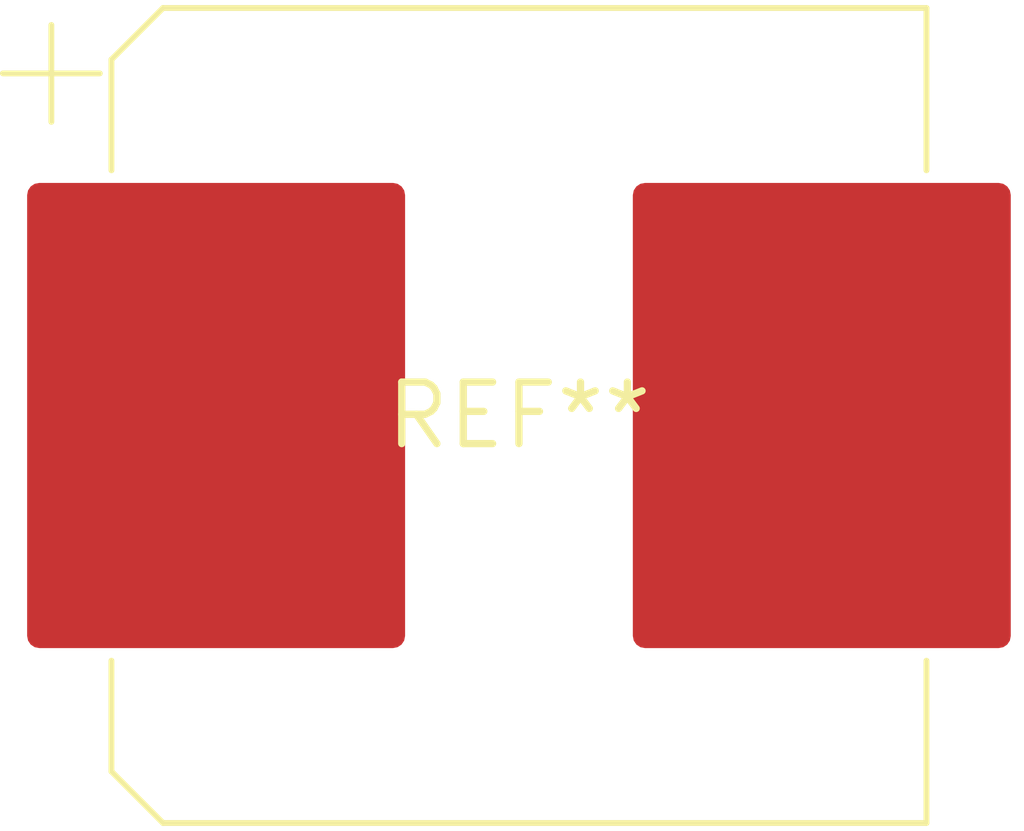
<source format=kicad_pcb>
(kicad_pcb (version 20240108) (generator pcbnew)
  (layers (0 "F.Cu" signal) (31 "B.Cu" signal) (34 "B.Paste" user) (35 "F.Paste" user) (36 "B.SilkS" user "B.Silkscreen") (37 "F.SilkS" user "F.Silkscreen") (38 "B.Mask" user) (39 "F.Mask" user) (44 "Edge.Cuts" user))
  (net 0 "")
  (footprint "CP_Elec_16x17.5" (layer "F.Cu") (at 0 0)
    (property "Reference" "REF**")
    (property "Value" "CP_Elec_16x17.5")
    (fp_line (start -10.65 -7.06) (end -8.65 -7.06) (layer "F.SilkS") (stroke (width 0.12)))
    (fp_line (start -9.65 -8.06) (end -9.65 -6.06) (layer "F.SilkS") (stroke (width 0.12)))
    (fp_line (start -8.41 -7.345563) (end -8.41 -5.06) (layer "F.SilkS") (stroke (width 0.12)))
    (fp_line (start -8.41 -7.345563) (end -7.345563 -8.41) (layer "F.SilkS") (stroke (width 0.12)))
    (fp_line (start -8.41 7.345563) (end -8.41 5.06) (layer "F.SilkS") (stroke (width 0.12)))
    (fp_line (start -8.41 7.345563) (end -7.345563 8.41) (layer "F.SilkS") (stroke (width 0.12)))
    (fp_line (start -7.345563 -8.41) (end 8.41 -8.41) (layer "F.SilkS") (stroke (width 0.12)))
    (fp_line (start -7.345563 8.41) (end 8.41 8.41) (layer "F.SilkS") (stroke (width 0.12)))
    (fp_line (start 8.41 -8.41) (end 8.41 -5.06) (layer "F.SilkS") (stroke (width 0.12)))
    (fp_line (start 8.41 8.41) (end 8.41 5.06) (layer "F.SilkS") (stroke (width 0.12)))
    (pad "1" smd roundrect (at -6.25 0) (size 7.8 9.6) (layers "F.Cu" "F.Paste" "F.Mask") (roundrect_rratio 0.032051))
    (pad "2" smd roundrect (at 6.25 0) (size 7.8 9.6) (layers "F.Cu" "F.Paste" "F.Mask") (roundrect_rratio 0.032051))
  )
)
</source>
